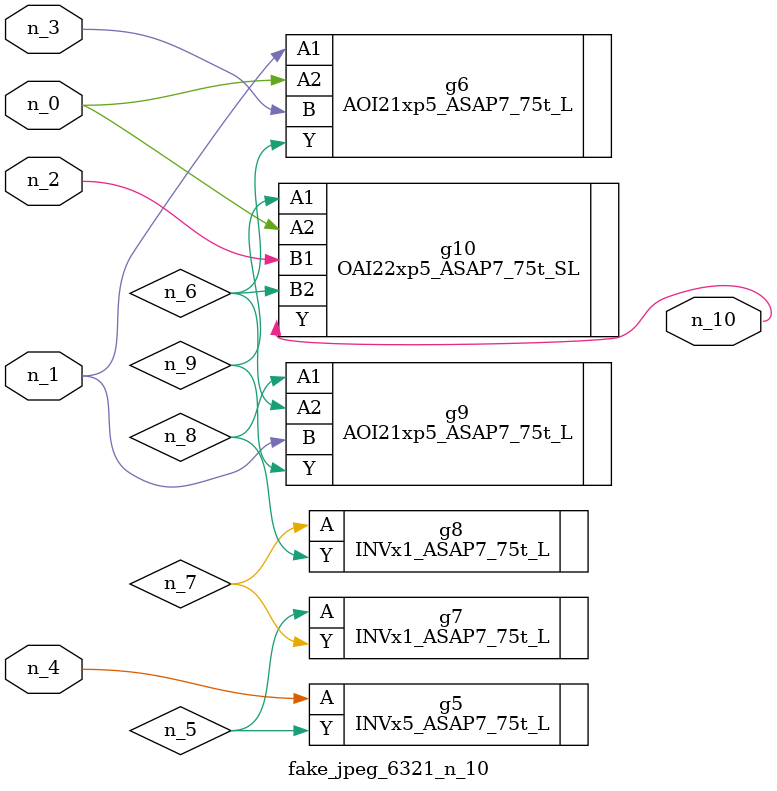
<source format=v>
module fake_jpeg_6321_n_10 (n_3, n_2, n_1, n_0, n_4, n_10);

input n_3;
input n_2;
input n_1;
input n_0;
input n_4;

output n_10;

wire n_8;
wire n_9;
wire n_6;
wire n_5;
wire n_7;

INVx5_ASAP7_75t_L g5 ( 
.A(n_4),
.Y(n_5)
);

AOI21xp5_ASAP7_75t_L g6 ( 
.A1(n_1),
.A2(n_0),
.B(n_3),
.Y(n_6)
);

INVx1_ASAP7_75t_L g7 ( 
.A(n_5),
.Y(n_7)
);

INVx1_ASAP7_75t_L g8 ( 
.A(n_7),
.Y(n_8)
);

AOI21xp5_ASAP7_75t_L g9 ( 
.A1(n_8),
.A2(n_6),
.B(n_1),
.Y(n_9)
);

OAI22xp5_ASAP7_75t_SL g10 ( 
.A1(n_9),
.A2(n_0),
.B1(n_2),
.B2(n_6),
.Y(n_10)
);


endmodule
</source>
